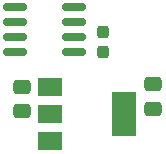
<source format=gbr>
%TF.GenerationSoftware,KiCad,Pcbnew,7.0.10*%
%TF.CreationDate,2024-01-07T15:48:42-05:00*%
%TF.ProjectId,ESP8266_Count,45535038-3236-4365-9f43-6f756e742e6b,v1*%
%TF.SameCoordinates,Original*%
%TF.FileFunction,Paste,Bot*%
%TF.FilePolarity,Positive*%
%FSLAX46Y46*%
G04 Gerber Fmt 4.6, Leading zero omitted, Abs format (unit mm)*
G04 Created by KiCad (PCBNEW 7.0.10) date 2024-01-07 15:48:42*
%MOMM*%
%LPD*%
G01*
G04 APERTURE LIST*
G04 Aperture macros list*
%AMRoundRect*
0 Rectangle with rounded corners*
0 $1 Rounding radius*
0 $2 $3 $4 $5 $6 $7 $8 $9 X,Y pos of 4 corners*
0 Add a 4 corners polygon primitive as box body*
4,1,4,$2,$3,$4,$5,$6,$7,$8,$9,$2,$3,0*
0 Add four circle primitives for the rounded corners*
1,1,$1+$1,$2,$3*
1,1,$1+$1,$4,$5*
1,1,$1+$1,$6,$7*
1,1,$1+$1,$8,$9*
0 Add four rect primitives between the rounded corners*
20,1,$1+$1,$2,$3,$4,$5,0*
20,1,$1+$1,$4,$5,$6,$7,0*
20,1,$1+$1,$6,$7,$8,$9,0*
20,1,$1+$1,$8,$9,$2,$3,0*%
G04 Aperture macros list end*
%ADD10R,2.000000X1.500000*%
%ADD11R,2.000000X3.800000*%
%ADD12RoundRect,0.250000X-0.475000X0.337500X-0.475000X-0.337500X0.475000X-0.337500X0.475000X0.337500X0*%
%ADD13RoundRect,0.237500X0.237500X-0.300000X0.237500X0.300000X-0.237500X0.300000X-0.237500X-0.300000X0*%
%ADD14RoundRect,0.150000X-0.825000X-0.150000X0.825000X-0.150000X0.825000X0.150000X-0.825000X0.150000X0*%
G04 APERTURE END LIST*
D10*
%TO.C,U2*%
X122750000Y-78200000D03*
D11*
X129050000Y-80500000D03*
D10*
X122750000Y-80500000D03*
X122750000Y-82800000D03*
%TD*%
D12*
%TO.C,C2*%
X120400000Y-78162500D03*
X120400000Y-80237500D03*
%TD*%
%TO.C,C3*%
X131500000Y-77962500D03*
X131500000Y-80037500D03*
%TD*%
D13*
%TO.C,C6*%
X127200000Y-75262500D03*
X127200000Y-73537500D03*
%TD*%
D14*
%TO.C,U5*%
X119825000Y-75205000D03*
X119825000Y-73935000D03*
X119825000Y-72665000D03*
X119825000Y-71395000D03*
X124775000Y-71395000D03*
X124775000Y-72665000D03*
X124775000Y-73935000D03*
X124775000Y-75205000D03*
%TD*%
M02*

</source>
